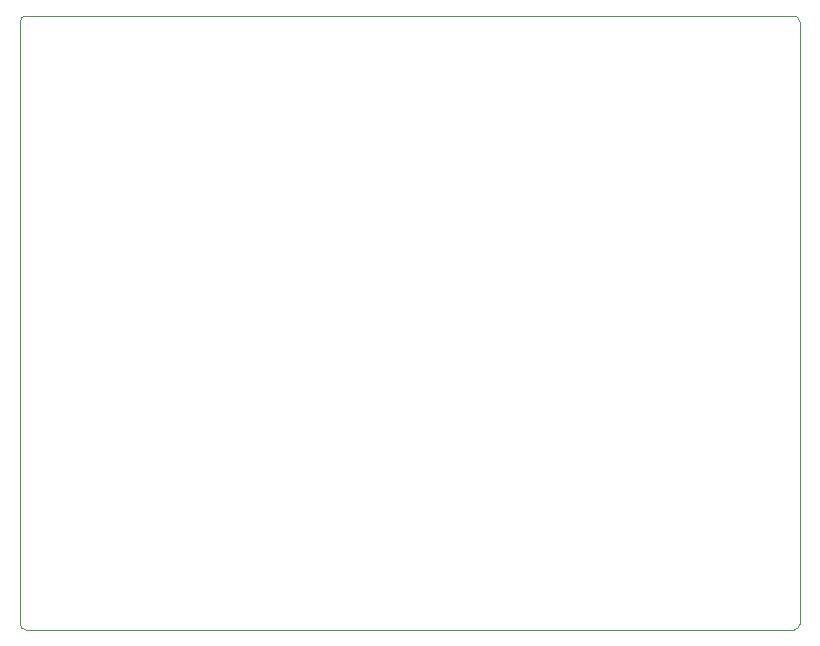
<source format=gm1>
G04 #@! TF.GenerationSoftware,KiCad,Pcbnew,8.0.2*
G04 #@! TF.CreationDate,2024-05-30T20:37:43+12:00*
G04 #@! TF.ProjectId,PDP-FUSE,5044502d-4655-4534-952e-6b696361645f,rev?*
G04 #@! TF.SameCoordinates,Original*
G04 #@! TF.FileFunction,Profile,NP*
%FSLAX46Y46*%
G04 Gerber Fmt 4.6, Leading zero omitted, Abs format (unit mm)*
G04 Created by KiCad (PCBNEW 8.0.2) date 2024-05-30 20:37:43*
%MOMM*%
%LPD*%
G01*
G04 APERTURE LIST*
G04 #@! TA.AperFunction,Profile*
%ADD10C,0.100000*%
G04 #@! TD*
G04 APERTURE END LIST*
D10*
X171500000Y-84000000D02*
G75*
G02*
X172000000Y-84500000I0J-500000D01*
G01*
X172000000Y-84500000D02*
X172000000Y-135500000D01*
X106500000Y-136000000D02*
G75*
G02*
X106000000Y-135500000I0J500000D01*
G01*
X172000000Y-135500000D02*
G75*
G02*
X171500000Y-136000000I-500000J0D01*
G01*
X106000000Y-135500000D02*
X106000000Y-84500000D01*
X106000000Y-84500000D02*
G75*
G02*
X106500000Y-84000000I500000J0D01*
G01*
X106500000Y-84000000D02*
X171500000Y-84000000D01*
X171500000Y-136000000D02*
X106500000Y-136000000D01*
M02*

</source>
